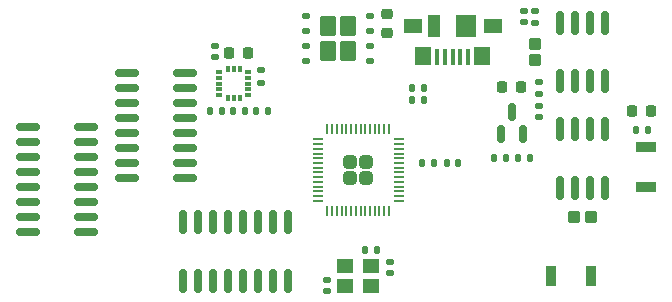
<source format=gbr>
%TF.GenerationSoftware,KiCad,Pcbnew,(6.0.6)*%
%TF.CreationDate,2022-07-04T15:46:39+03:00*%
%TF.ProjectId,gimble,67696d62-6c65-42e6-9b69-6361645f7063,0.2*%
%TF.SameCoordinates,Original*%
%TF.FileFunction,Paste,Top*%
%TF.FilePolarity,Positive*%
%FSLAX46Y46*%
G04 Gerber Fmt 4.6, Leading zero omitted, Abs format (unit mm)*
G04 Created by KiCad (PCBNEW (6.0.6)) date 2022-07-04 15:46:39*
%MOMM*%
%LPD*%
G01*
G04 APERTURE LIST*
G04 Aperture macros list*
%AMRoundRect*
0 Rectangle with rounded corners*
0 $1 Rounding radius*
0 $2 $3 $4 $5 $6 $7 $8 $9 X,Y pos of 4 corners*
0 Add a 4 corners polygon primitive as box body*
4,1,4,$2,$3,$4,$5,$6,$7,$8,$9,$2,$3,0*
0 Add four circle primitives for the rounded corners*
1,1,$1+$1,$2,$3*
1,1,$1+$1,$4,$5*
1,1,$1+$1,$6,$7*
1,1,$1+$1,$8,$9*
0 Add four rect primitives between the rounded corners*
20,1,$1+$1,$2,$3,$4,$5,0*
20,1,$1+$1,$4,$5,$6,$7,0*
20,1,$1+$1,$6,$7,$8,$9,0*
20,1,$1+$1,$8,$9,$2,$3,0*%
G04 Aperture macros list end*
%ADD10RoundRect,0.140000X0.170000X-0.140000X0.170000X0.140000X-0.170000X0.140000X-0.170000X-0.140000X0*%
%ADD11RoundRect,0.147500X0.172500X-0.147500X0.172500X0.147500X-0.172500X0.147500X-0.172500X-0.147500X0*%
%ADD12RoundRect,0.218750X-0.218750X-0.256250X0.218750X-0.256250X0.218750X0.256250X-0.218750X0.256250X0*%
%ADD13RoundRect,0.250000X-0.435000X-0.615000X0.435000X-0.615000X0.435000X0.615000X-0.435000X0.615000X0*%
%ADD14RoundRect,0.125000X-0.250000X-0.125000X0.250000X-0.125000X0.250000X0.125000X-0.250000X0.125000X0*%
%ADD15RoundRect,0.250000X-0.287500X-0.275000X0.287500X-0.275000X0.287500X0.275000X-0.287500X0.275000X0*%
%ADD16R,0.900000X1.700000*%
%ADD17RoundRect,0.087500X0.187500X0.087500X-0.187500X0.087500X-0.187500X-0.087500X0.187500X-0.087500X0*%
%ADD18RoundRect,0.087500X0.087500X0.187500X-0.087500X0.187500X-0.087500X-0.187500X0.087500X-0.187500X0*%
%ADD19RoundRect,0.135000X-0.135000X-0.185000X0.135000X-0.185000X0.135000X0.185000X-0.135000X0.185000X0*%
%ADD20RoundRect,0.150000X-0.150000X0.825000X-0.150000X-0.825000X0.150000X-0.825000X0.150000X0.825000X0*%
%ADD21R,1.700000X0.900000*%
%ADD22RoundRect,0.150000X0.150000X-0.825000X0.150000X0.825000X-0.150000X0.825000X-0.150000X-0.825000X0*%
%ADD23RoundRect,0.225000X-0.250000X0.225000X-0.250000X-0.225000X0.250000X-0.225000X0.250000X0.225000X0*%
%ADD24RoundRect,0.140000X0.140000X0.170000X-0.140000X0.170000X-0.140000X-0.170000X0.140000X-0.170000X0*%
%ADD25RoundRect,0.135000X0.135000X0.185000X-0.135000X0.185000X-0.135000X-0.185000X0.135000X-0.185000X0*%
%ADD26R,1.400000X1.200000*%
%ADD27RoundRect,0.147500X0.147500X0.172500X-0.147500X0.172500X-0.147500X-0.172500X0.147500X-0.172500X0*%
%ADD28RoundRect,0.250000X-0.275000X0.287500X-0.275000X-0.287500X0.275000X-0.287500X0.275000X0.287500X0*%
%ADD29RoundRect,0.150000X0.825000X0.150000X-0.825000X0.150000X-0.825000X-0.150000X0.825000X-0.150000X0*%
%ADD30RoundRect,0.140000X-0.170000X0.140000X-0.170000X-0.140000X0.170000X-0.140000X0.170000X0.140000X0*%
%ADD31RoundRect,0.250000X-0.315000X-0.315000X0.315000X-0.315000X0.315000X0.315000X-0.315000X0.315000X0*%
%ADD32RoundRect,0.050000X-0.387500X-0.050000X0.387500X-0.050000X0.387500X0.050000X-0.387500X0.050000X0*%
%ADD33RoundRect,0.050000X-0.050000X-0.387500X0.050000X-0.387500X0.050000X0.387500X-0.050000X0.387500X0*%
%ADD34RoundRect,0.150000X0.150000X-0.587500X0.150000X0.587500X-0.150000X0.587500X-0.150000X-0.587500X0*%
%ADD35RoundRect,0.135000X0.185000X-0.135000X0.185000X0.135000X-0.185000X0.135000X-0.185000X-0.135000X0*%
%ADD36R,0.450000X1.380000*%
%ADD37R,1.650000X1.300000*%
%ADD38R,1.425000X1.550000*%
%ADD39R,1.800000X1.900000*%
%ADD40R,1.000000X1.900000*%
%ADD41RoundRect,0.135000X-0.185000X0.135000X-0.185000X-0.135000X0.185000X-0.135000X0.185000X0.135000X0*%
%ADD42RoundRect,0.225000X-0.225000X-0.250000X0.225000X-0.250000X0.225000X0.250000X-0.225000X0.250000X0*%
G04 APERTURE END LIST*
D10*
%TO.C,C402*%
X118850000Y-54430000D03*
X118850000Y-53470000D03*
%TD*%
D11*
%TO.C,D202*%
X145000000Y-51485000D03*
X145000000Y-50515000D03*
%TD*%
D12*
%TO.C,D200*%
X154212500Y-59000000D03*
X155787500Y-59000000D03*
%TD*%
D13*
%TO.C,U301*%
X128460000Y-51800000D03*
X130160000Y-51800000D03*
X130160000Y-53950000D03*
X128460000Y-53950000D03*
D14*
X126610000Y-50970000D03*
X126610000Y-52240000D03*
X126610000Y-53510000D03*
X126610000Y-54780000D03*
X132010000Y-54780000D03*
X132010000Y-53510000D03*
X132010000Y-52240000D03*
X132010000Y-50970000D03*
%TD*%
D15*
%TO.C,C200*%
X149287500Y-68000000D03*
X150712500Y-68000000D03*
%TD*%
D16*
%TO.C,SW300*%
X147300000Y-73000000D03*
X150700000Y-73000000D03*
%TD*%
D17*
%TO.C,U400*%
X121700000Y-57675000D03*
X121700000Y-57175000D03*
X121700000Y-56675000D03*
X121700000Y-56175000D03*
X121700000Y-55675000D03*
D18*
X120975000Y-55450000D03*
X120475000Y-55450000D03*
X119975000Y-55450000D03*
D17*
X119250000Y-55675000D03*
X119250000Y-56175000D03*
X119250000Y-56675000D03*
X119250000Y-57175000D03*
X119250000Y-57675000D03*
D18*
X119975000Y-57900000D03*
X120475000Y-57900000D03*
X120975000Y-57900000D03*
%TD*%
D10*
%TO.C,C311*%
X128325000Y-74280000D03*
X128325000Y-73320000D03*
%TD*%
D19*
%TO.C,R303*%
X136415000Y-63400000D03*
X137435000Y-63400000D03*
%TD*%
D20*
%TO.C,U200*%
X151905000Y-60525000D03*
X150635000Y-60525000D03*
X149365000Y-60525000D03*
X148095000Y-60525000D03*
X148095000Y-65475000D03*
X149365000Y-65475000D03*
X150635000Y-65475000D03*
X151905000Y-65475000D03*
%TD*%
D21*
%TO.C,SW301*%
X155400000Y-65425000D03*
X155400000Y-62025000D03*
%TD*%
D19*
%TO.C,R302*%
X131615000Y-70725000D03*
X132635000Y-70725000D03*
%TD*%
%TO.C,R401*%
X122340000Y-59000000D03*
X123360000Y-59000000D03*
%TD*%
D22*
%TO.C,U201*%
X148095000Y-56475000D03*
X149365000Y-56475000D03*
X150635000Y-56475000D03*
X151905000Y-56475000D03*
X151905000Y-51525000D03*
X150635000Y-51525000D03*
X149365000Y-51525000D03*
X148095000Y-51525000D03*
%TD*%
D20*
%TO.C,U502*%
X125065000Y-68435000D03*
X123795000Y-68435000D03*
X122525000Y-68435000D03*
X121255000Y-68435000D03*
X119985000Y-68435000D03*
X118715000Y-68435000D03*
X117445000Y-68435000D03*
X116175000Y-68435000D03*
X116175000Y-73385000D03*
X117445000Y-73385000D03*
X118715000Y-73385000D03*
X119985000Y-73385000D03*
X121255000Y-73385000D03*
X122525000Y-73385000D03*
X123795000Y-73385000D03*
X125065000Y-73385000D03*
%TD*%
D23*
%TO.C,C313*%
X133460000Y-50825000D03*
X133460000Y-52375000D03*
%TD*%
D24*
%TO.C,C403*%
X119455000Y-59000000D03*
X118495000Y-59000000D03*
%TD*%
D25*
%TO.C,R301*%
X136600000Y-58075000D03*
X135580000Y-58075000D03*
%TD*%
D26*
%TO.C,Y300*%
X129900000Y-73850000D03*
X132100000Y-73850000D03*
X132100000Y-72150000D03*
X129900000Y-72150000D03*
%TD*%
D11*
%TO.C,D201*%
X146300000Y-59535000D03*
X146300000Y-58565000D03*
%TD*%
D24*
%TO.C,C400*%
X121380000Y-59000000D03*
X120420000Y-59000000D03*
%TD*%
D27*
%TO.C,D300*%
X139460000Y-63400000D03*
X138490000Y-63400000D03*
%TD*%
D28*
%TO.C,C201*%
X146000000Y-53287500D03*
X146000000Y-54712500D03*
%TD*%
D29*
%TO.C,U501*%
X107955000Y-69255000D03*
X107955000Y-67985000D03*
X107955000Y-66715000D03*
X107955000Y-65445000D03*
X107955000Y-64175000D03*
X107955000Y-62905000D03*
X107955000Y-61635000D03*
X107955000Y-60365000D03*
X103005000Y-60365000D03*
X103005000Y-61635000D03*
X103005000Y-62905000D03*
X103005000Y-64175000D03*
X103005000Y-65445000D03*
X103005000Y-66715000D03*
X103005000Y-67985000D03*
X103005000Y-69255000D03*
%TD*%
D25*
%TO.C,R304*%
X155520000Y-60595000D03*
X154500000Y-60595000D03*
%TD*%
D12*
%TO.C,FB200*%
X143212500Y-57000000D03*
X144787500Y-57000000D03*
%TD*%
D30*
%TO.C,C312*%
X133700000Y-71770000D03*
X133700000Y-72730000D03*
%TD*%
D31*
%TO.C,U300*%
X130300000Y-64700000D03*
X131700000Y-64700000D03*
X131700000Y-63300000D03*
X130300000Y-63300000D03*
D32*
X127562500Y-61400000D03*
X127562500Y-61800000D03*
X127562500Y-62200000D03*
X127562500Y-62600000D03*
X127562500Y-63000000D03*
X127562500Y-63400000D03*
X127562500Y-63800000D03*
X127562500Y-64200000D03*
X127562500Y-64600000D03*
X127562500Y-65000000D03*
X127562500Y-65400000D03*
X127562500Y-65800000D03*
X127562500Y-66200000D03*
X127562500Y-66600000D03*
D33*
X128400000Y-67437500D03*
X128800000Y-67437500D03*
X129200000Y-67437500D03*
X129600000Y-67437500D03*
X130000000Y-67437500D03*
X130400000Y-67437500D03*
X130800000Y-67437500D03*
X131200000Y-67437500D03*
X131600000Y-67437500D03*
X132000000Y-67437500D03*
X132400000Y-67437500D03*
X132800000Y-67437500D03*
X133200000Y-67437500D03*
X133600000Y-67437500D03*
D32*
X134437500Y-66600000D03*
X134437500Y-66200000D03*
X134437500Y-65800000D03*
X134437500Y-65400000D03*
X134437500Y-65000000D03*
X134437500Y-64600000D03*
X134437500Y-64200000D03*
X134437500Y-63800000D03*
X134437500Y-63400000D03*
X134437500Y-63000000D03*
X134437500Y-62600000D03*
X134437500Y-62200000D03*
X134437500Y-61800000D03*
X134437500Y-61400000D03*
D33*
X133600000Y-60562500D03*
X133200000Y-60562500D03*
X132800000Y-60562500D03*
X132400000Y-60562500D03*
X132000000Y-60562500D03*
X131600000Y-60562500D03*
X131200000Y-60562500D03*
X130800000Y-60562500D03*
X130400000Y-60562500D03*
X130000000Y-60562500D03*
X129600000Y-60562500D03*
X129200000Y-60562500D03*
X128800000Y-60562500D03*
X128400000Y-60562500D03*
%TD*%
D19*
%TO.C,R203*%
X144490000Y-63000000D03*
X145510000Y-63000000D03*
%TD*%
D34*
%TO.C,Q200*%
X143050000Y-60937500D03*
X144950000Y-60937500D03*
X144000000Y-59062500D03*
%TD*%
D35*
%TO.C,R202*%
X146000000Y-51510000D03*
X146000000Y-50490000D03*
%TD*%
D29*
%TO.C,U500*%
X116375000Y-64670000D03*
X116375000Y-63400000D03*
X116375000Y-62130000D03*
X116375000Y-60860000D03*
X116375000Y-59590000D03*
X116375000Y-58320000D03*
X116375000Y-57050000D03*
X116375000Y-55780000D03*
X111425000Y-55780000D03*
X111425000Y-57050000D03*
X111425000Y-58320000D03*
X111425000Y-59590000D03*
X111425000Y-60860000D03*
X111425000Y-62130000D03*
X111425000Y-63400000D03*
X111425000Y-64670000D03*
%TD*%
D36*
%TO.C,J200*%
X140300000Y-54460000D03*
X139650000Y-54460000D03*
X139000000Y-54460000D03*
X138350000Y-54460000D03*
X137700000Y-54460000D03*
D37*
X142375000Y-51800000D03*
D38*
X141487500Y-54375000D03*
D39*
X140150000Y-51800000D03*
D40*
X137450000Y-51800000D03*
D37*
X135625000Y-51800000D03*
D38*
X136512500Y-54375000D03*
%TD*%
D41*
%TO.C,R400*%
X122800000Y-55565000D03*
X122800000Y-56585000D03*
%TD*%
%TO.C,R201*%
X146300000Y-56540000D03*
X146300000Y-57560000D03*
%TD*%
D25*
%TO.C,R300*%
X136600000Y-57059000D03*
X135580000Y-57059000D03*
%TD*%
D42*
%TO.C,C401*%
X120100000Y-54075000D03*
X121650000Y-54075000D03*
%TD*%
D25*
%TO.C,R200*%
X143510000Y-63000000D03*
X142490000Y-63000000D03*
%TD*%
M02*

</source>
